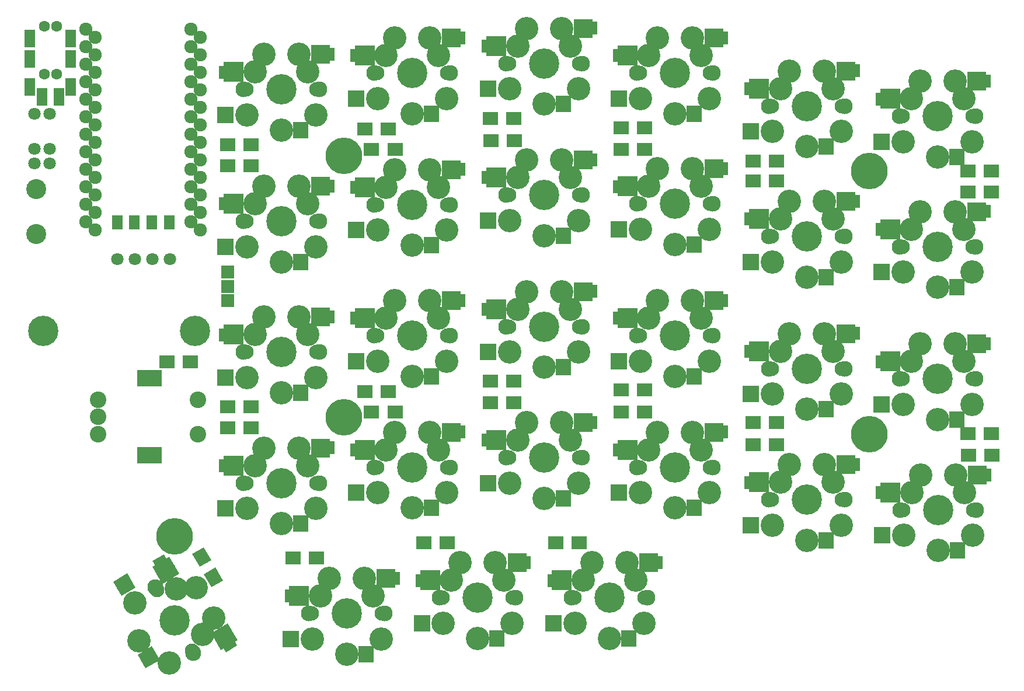
<source format=gbs>
G04 #@! TF.GenerationSoftware,KiCad,Pcbnew,(5.1.4-0)*
G04 #@! TF.CreationDate,2019-08-20T18:08:48+02:00*
G04 #@! TF.ProjectId,Lily58_Pro,4c696c79-3538-45f5-9072-6f2e6b696361,rev?*
G04 #@! TF.SameCoordinates,Original*
G04 #@! TF.FileFunction,Soldermask,Bot*
G04 #@! TF.FilePolarity,Negative*
%FSLAX46Y46*%
G04 Gerber Fmt 4.6, Leading zero omitted, Abs format (unit mm)*
G04 Created by KiCad (PCBNEW (5.1.4-0)) date 2019-08-20 18:08:48*
%MOMM*%
%LPD*%
G04 APERTURE LIST*
%ADD10C,1.600000*%
%ADD11R,1.600000X2.500000*%
%ADD12R,1.924000X1.924000*%
%ADD13C,1.100000*%
%ADD14C,0.100000*%
%ADD15C,3.400000*%
%ADD16C,0.500000*%
%ADD17C,2.400000*%
%ADD18C,2.300000*%
%ADD19C,2.900000*%
%ADD20C,4.400000*%
%ADD21C,2.100000*%
%ADD22C,2.800000*%
%ADD23R,1.100000X1.900000*%
%ADD24R,2.400000X2.400000*%
%ADD25R,2.300000X2.400000*%
%ADD26R,2.900000X2.900000*%
%ADD27R,2.800000X2.800000*%
%ADD28C,1.924000*%
%ADD29C,5.300000*%
%ADD30C,1.797000*%
%ADD31R,1.543000X1.035000*%
%ADD32R,2.200000X1.900000*%
%ADD33C,1.900000*%
%ADD34R,3.600000X2.400000*%
G04 APERTURE END LIST*
D10*
X86150000Y-47800000D03*
X86150000Y-40800000D03*
D11*
X84050000Y-49600000D03*
X88250000Y-51100000D03*
X84050000Y-42600000D03*
X84050000Y-45600000D03*
D10*
X87900000Y-40800000D03*
X87900000Y-47800000D03*
D11*
X90000000Y-42600000D03*
X90000000Y-45600000D03*
X90000000Y-49600000D03*
X85800000Y-51100000D03*
D12*
X112700000Y-76500000D03*
X112700000Y-78600000D03*
X112700000Y-80600000D03*
D13*
X102915064Y-118388784D03*
D14*
G36*
X101817340Y-118387470D02*
G01*
X103462788Y-117437470D01*
X104012788Y-118390098D01*
X102367340Y-119340098D01*
X101817340Y-118387470D01*
X101817340Y-118387470D01*
G37*
D13*
X113016730Y-130685383D03*
D14*
G36*
X111919006Y-130684069D02*
G01*
X113564454Y-129734069D01*
X114114454Y-130686697D01*
X112469006Y-131636697D01*
X111919006Y-130684069D01*
X111919006Y-130684069D01*
G37*
D15*
X109104705Y-129029557D03*
X109104705Y-129029557D03*
X108129409Y-122260295D03*
D16*
X109146846Y-129022547D03*
D15*
X104295706Y-133180127D03*
D17*
X97745706Y-121835194D03*
D14*
G36*
X99384936Y-122274424D02*
G01*
X97306476Y-123474424D01*
X96106476Y-121395964D01*
X98184936Y-120195964D01*
X99384936Y-122274424D01*
X99384936Y-122274424D01*
G37*
D18*
X101290450Y-132374871D03*
D14*
G36*
X102904680Y-132770800D02*
G01*
X100826220Y-133970800D01*
X99676220Y-131978942D01*
X101754680Y-130778942D01*
X102904680Y-132770800D01*
X102904680Y-132770800D01*
G37*
D15*
X99295706Y-124519873D03*
X99890450Y-129950000D03*
D16*
X105321846Y-122397453D03*
D19*
X103749705Y-119754425D03*
D14*
G36*
X105730442Y-120285162D02*
G01*
X103218968Y-121735162D01*
X101768968Y-119223688D01*
X104280442Y-117773688D01*
X105730442Y-120285162D01*
X105730442Y-120285162D01*
G37*
D15*
X110669409Y-126659705D03*
D20*
X105000000Y-127000000D03*
D18*
X102250000Y-122236860D03*
X107750000Y-131763140D03*
D21*
X107540000Y-131399409D03*
X102460000Y-122600591D03*
D15*
X105294705Y-122430443D03*
D22*
X112249409Y-129396345D03*
D14*
G36*
X114161845Y-129908781D02*
G01*
X111736973Y-131308781D01*
X110336973Y-128883909D01*
X112761845Y-127483909D01*
X114161845Y-129908781D01*
X114161845Y-129908781D01*
G37*
D23*
X159600000Y-121250000D03*
X175300000Y-118650000D03*
D15*
X171910000Y-121210000D03*
X171910000Y-121210000D03*
X165560000Y-118670000D03*
D16*
X171925000Y-121170000D03*
D15*
X173100000Y-127450000D03*
D24*
X160000000Y-127450000D03*
D25*
X170900000Y-129650000D03*
D15*
X163100000Y-127450000D03*
X168100000Y-129650000D03*
D16*
X164275000Y-121170000D03*
D26*
X161200000Y-121210000D03*
D15*
X170640000Y-118670000D03*
D20*
X168100000Y-123750000D03*
D18*
X162600000Y-123750000D03*
X173600000Y-123750000D03*
D21*
X173180000Y-123750000D03*
X163020000Y-123750000D03*
D15*
X164290000Y-121209999D03*
D27*
X173800000Y-118670000D03*
D23*
X140500000Y-121250000D03*
X156200000Y-118650000D03*
D15*
X152810000Y-121210000D03*
X152810000Y-121210000D03*
X146460000Y-118670000D03*
D16*
X152825000Y-121170000D03*
D15*
X154000000Y-127450000D03*
D24*
X140900000Y-127450000D03*
D25*
X151800000Y-129650000D03*
D15*
X144000000Y-127450000D03*
X149000000Y-129650000D03*
D16*
X145175000Y-121170000D03*
D26*
X142100000Y-121210000D03*
D15*
X151540000Y-118670000D03*
D20*
X149000000Y-123750000D03*
D18*
X143500000Y-123750000D03*
X154500000Y-123750000D03*
D21*
X154080000Y-123750000D03*
X143920000Y-123750000D03*
D15*
X145190000Y-121209999D03*
D27*
X154700000Y-118670000D03*
D23*
X121500000Y-123500000D03*
X137200000Y-120900000D03*
D15*
X133810000Y-123460000D03*
X133810000Y-123460000D03*
X127460000Y-120920000D03*
D16*
X133825000Y-123420000D03*
D15*
X135000000Y-129700000D03*
D24*
X121900000Y-129700000D03*
D25*
X132800000Y-131900000D03*
D15*
X125000000Y-129700000D03*
X130000000Y-131900000D03*
D16*
X126175000Y-123420000D03*
D26*
X123100000Y-123460000D03*
D15*
X132540000Y-120920000D03*
D20*
X130000000Y-126000000D03*
D18*
X124500000Y-126000000D03*
X135500000Y-126000000D03*
D21*
X135080000Y-126000000D03*
X124920000Y-126000000D03*
D15*
X126190000Y-123459999D03*
D27*
X135700000Y-120920000D03*
D23*
X207250000Y-108500000D03*
X222950000Y-105900000D03*
D15*
X219560000Y-108460000D03*
X219560000Y-108460000D03*
X213210000Y-105920000D03*
D16*
X219575000Y-108420000D03*
D15*
X220750000Y-114700000D03*
D24*
X207650000Y-114700000D03*
D25*
X218550000Y-116900000D03*
D15*
X210750000Y-114700000D03*
X215750000Y-116900000D03*
D16*
X211925000Y-108420000D03*
D26*
X208850000Y-108460000D03*
D15*
X218290000Y-105920000D03*
D20*
X215750000Y-111000000D03*
D18*
X210250000Y-111000000D03*
X221250000Y-111000000D03*
D21*
X220830000Y-111000000D03*
X210670000Y-111000000D03*
D15*
X211940000Y-108459999D03*
D27*
X221450000Y-105920000D03*
D23*
X188200000Y-107000000D03*
X203900000Y-104400000D03*
D15*
X200510000Y-106960000D03*
X200510000Y-106960000D03*
X194160000Y-104420000D03*
D16*
X200525000Y-106920000D03*
D15*
X201700000Y-113200000D03*
D24*
X188600000Y-113200000D03*
D25*
X199500000Y-115400000D03*
D15*
X191700000Y-113200000D03*
X196700000Y-115400000D03*
D16*
X192875000Y-106920000D03*
D26*
X189800000Y-106960000D03*
D15*
X199240000Y-104420000D03*
D20*
X196700000Y-109500000D03*
D18*
X191200000Y-109500000D03*
X202200000Y-109500000D03*
D21*
X201780000Y-109500000D03*
X191620000Y-109500000D03*
D15*
X192890000Y-106959999D03*
D27*
X202400000Y-104420000D03*
D23*
X169100000Y-102300000D03*
X184800000Y-99700000D03*
D15*
X181410000Y-102260000D03*
X181410000Y-102260000D03*
X175060000Y-99720000D03*
D16*
X181425000Y-102220000D03*
D15*
X182600000Y-108500000D03*
D24*
X169500000Y-108500000D03*
D25*
X180400000Y-110700000D03*
D15*
X172600000Y-108500000D03*
X177600000Y-110700000D03*
D16*
X173775000Y-102220000D03*
D26*
X170700000Y-102260000D03*
D15*
X180140000Y-99720000D03*
D20*
X177600000Y-104800000D03*
D18*
X172100000Y-104800000D03*
X183100000Y-104800000D03*
D21*
X182680000Y-104800000D03*
X172520000Y-104800000D03*
D15*
X173790000Y-102259999D03*
D27*
X183300000Y-99720000D03*
D23*
X150100000Y-100900000D03*
X165800000Y-98300000D03*
D15*
X162410000Y-100860000D03*
X162410000Y-100860000D03*
X156060000Y-98320000D03*
D16*
X162425000Y-100820000D03*
D15*
X163600000Y-107100000D03*
D24*
X150500000Y-107100000D03*
D25*
X161400000Y-109300000D03*
D15*
X153600000Y-107100000D03*
X158600000Y-109300000D03*
D16*
X154775000Y-100820000D03*
D26*
X151700000Y-100860000D03*
D15*
X161140000Y-98320000D03*
D20*
X158600000Y-103400000D03*
D18*
X153100000Y-103400000D03*
X164100000Y-103400000D03*
D21*
X163680000Y-103400000D03*
X153520000Y-103400000D03*
D15*
X154790000Y-100859999D03*
D27*
X164300000Y-98320000D03*
D23*
X131000000Y-102300000D03*
X146700000Y-99700000D03*
D15*
X143310000Y-102260000D03*
X143310000Y-102260000D03*
X136960000Y-99720000D03*
D16*
X143325000Y-102220000D03*
D15*
X144500000Y-108500000D03*
D24*
X131400000Y-108500000D03*
D25*
X142300000Y-110700000D03*
D15*
X134500000Y-108500000D03*
X139500000Y-110700000D03*
D16*
X135675000Y-102220000D03*
D26*
X132600000Y-102260000D03*
D15*
X142040000Y-99720000D03*
D20*
X139500000Y-104800000D03*
D18*
X134000000Y-104800000D03*
X145000000Y-104800000D03*
D21*
X144580000Y-104800000D03*
X134420000Y-104800000D03*
D15*
X135690000Y-102259999D03*
D27*
X145200000Y-99720000D03*
D23*
X112000000Y-104600000D03*
X127700000Y-102000000D03*
D15*
X124310000Y-104560000D03*
X124310000Y-104560000D03*
X117960000Y-102020000D03*
D16*
X124325000Y-104520000D03*
D15*
X125500000Y-110800000D03*
D24*
X112400000Y-110800000D03*
D25*
X123300000Y-113000000D03*
D15*
X115500000Y-110800000D03*
X120500000Y-113000000D03*
D16*
X116675000Y-104520000D03*
D26*
X113600000Y-104560000D03*
D15*
X123040000Y-102020000D03*
D20*
X120500000Y-107100000D03*
D18*
X115000000Y-107100000D03*
X126000000Y-107100000D03*
D21*
X125580000Y-107100000D03*
X115420000Y-107100000D03*
D15*
X116690000Y-104559999D03*
D27*
X126200000Y-102020000D03*
D23*
X207200000Y-89500000D03*
X222900000Y-86900000D03*
D15*
X219510000Y-89460000D03*
X219510000Y-89460000D03*
X213160000Y-86920000D03*
D16*
X219525000Y-89420000D03*
D15*
X220700000Y-95700000D03*
D24*
X207600000Y-95700000D03*
D25*
X218500000Y-97900000D03*
D15*
X210700000Y-95700000D03*
X215700000Y-97900000D03*
D16*
X211875000Y-89420000D03*
D26*
X208800000Y-89460000D03*
D15*
X218240000Y-86920000D03*
D20*
X215700000Y-92000000D03*
D18*
X210200000Y-92000000D03*
X221200000Y-92000000D03*
D21*
X220780000Y-92000000D03*
X210620000Y-92000000D03*
D15*
X211890000Y-89459999D03*
D27*
X221400000Y-86920000D03*
D23*
X188200000Y-88000000D03*
X203900000Y-85400000D03*
D15*
X200510000Y-87960000D03*
X200510000Y-87960000D03*
X194160000Y-85420000D03*
D16*
X200525000Y-87920000D03*
D15*
X201700000Y-94200000D03*
D24*
X188600000Y-94200000D03*
D25*
X199500000Y-96400000D03*
D15*
X191700000Y-94200000D03*
X196700000Y-96400000D03*
D16*
X192875000Y-87920000D03*
D26*
X189800000Y-87960000D03*
D15*
X199240000Y-85420000D03*
D20*
X196700000Y-90500000D03*
D18*
X191200000Y-90500000D03*
X202200000Y-90500000D03*
D21*
X201780000Y-90500000D03*
X191620000Y-90500000D03*
D15*
X192890000Y-87959999D03*
D27*
X202400000Y-85420000D03*
D23*
X169100000Y-83200000D03*
X184800000Y-80600000D03*
D15*
X181410000Y-83160000D03*
X181410000Y-83160000D03*
X175060000Y-80620000D03*
D16*
X181425000Y-83120000D03*
D15*
X182600000Y-89400000D03*
D24*
X169500000Y-89400000D03*
D25*
X180400000Y-91600000D03*
D15*
X172600000Y-89400000D03*
X177600000Y-91600000D03*
D16*
X173775000Y-83120000D03*
D26*
X170700000Y-83160000D03*
D15*
X180140000Y-80620000D03*
D20*
X177600000Y-85700000D03*
D18*
X172100000Y-85700000D03*
X183100000Y-85700000D03*
D21*
X182680000Y-85700000D03*
X172520000Y-85700000D03*
D15*
X173790000Y-83159999D03*
D27*
X183300000Y-80620000D03*
D23*
X150100000Y-81900000D03*
X165800000Y-79300000D03*
D15*
X162410000Y-81860000D03*
X162410000Y-81860000D03*
X156060000Y-79320000D03*
D16*
X162425000Y-81820000D03*
D15*
X163600000Y-88100000D03*
D24*
X150500000Y-88100000D03*
D25*
X161400000Y-90300000D03*
D15*
X153600000Y-88100000D03*
X158600000Y-90300000D03*
D16*
X154775000Y-81820000D03*
D26*
X151700000Y-81860000D03*
D15*
X161140000Y-79320000D03*
D20*
X158600000Y-84400000D03*
D18*
X153100000Y-84400000D03*
X164100000Y-84400000D03*
D21*
X163680000Y-84400000D03*
X153520000Y-84400000D03*
D15*
X154790000Y-81859999D03*
D27*
X164300000Y-79320000D03*
D23*
X131000000Y-83200000D03*
X146700000Y-80600000D03*
D15*
X143310000Y-83160000D03*
X143310000Y-83160000D03*
X136960000Y-80620000D03*
D16*
X143325000Y-83120000D03*
D15*
X144500000Y-89400000D03*
D24*
X131400000Y-89400000D03*
D25*
X142300000Y-91600000D03*
D15*
X134500000Y-89400000D03*
X139500000Y-91600000D03*
D16*
X135675000Y-83120000D03*
D26*
X132600000Y-83160000D03*
D15*
X142040000Y-80620000D03*
D20*
X139500000Y-85700000D03*
D18*
X134000000Y-85700000D03*
X145000000Y-85700000D03*
D21*
X144580000Y-85700000D03*
X134420000Y-85700000D03*
D15*
X135690000Y-83159999D03*
D27*
X145200000Y-80620000D03*
D23*
X112000000Y-85600000D03*
X127700000Y-83000000D03*
D15*
X124310000Y-85560000D03*
X124310000Y-85560000D03*
X117960000Y-83020000D03*
D16*
X124325000Y-85520000D03*
D15*
X125500000Y-91800000D03*
D24*
X112400000Y-91800000D03*
D25*
X123300000Y-94000000D03*
D15*
X115500000Y-91800000D03*
X120500000Y-94000000D03*
D16*
X116675000Y-85520000D03*
D26*
X113600000Y-85560000D03*
D15*
X123040000Y-83020000D03*
D20*
X120500000Y-88100000D03*
D18*
X115000000Y-88100000D03*
X126000000Y-88100000D03*
D21*
X125580000Y-88100000D03*
X115420000Y-88100000D03*
D15*
X116690000Y-85559999D03*
D27*
X126200000Y-83020000D03*
D23*
X207200000Y-70300000D03*
X222900000Y-67700000D03*
D15*
X219510000Y-70260000D03*
X219510000Y-70260000D03*
X213160000Y-67720000D03*
D16*
X219525000Y-70220000D03*
D15*
X220700000Y-76500000D03*
D24*
X207600000Y-76500000D03*
D25*
X218500000Y-78700000D03*
D15*
X210700000Y-76500000D03*
X215700000Y-78700000D03*
D16*
X211875000Y-70220000D03*
D26*
X208800000Y-70260000D03*
D15*
X218240000Y-67720000D03*
D20*
X215700000Y-72800000D03*
D18*
X210200000Y-72800000D03*
X221200000Y-72800000D03*
D21*
X220780000Y-72800000D03*
X210620000Y-72800000D03*
D15*
X211890000Y-70259999D03*
D27*
X221400000Y-67720000D03*
D23*
X188200000Y-68800000D03*
X203900000Y-66200000D03*
D15*
X200510000Y-68760000D03*
X200510000Y-68760000D03*
X194160000Y-66220000D03*
D16*
X200525000Y-68720000D03*
D15*
X201700000Y-75000000D03*
D24*
X188600000Y-75000000D03*
D25*
X199500000Y-77200000D03*
D15*
X191700000Y-75000000D03*
X196700000Y-77200000D03*
D16*
X192875000Y-68720000D03*
D26*
X189800000Y-68760000D03*
D15*
X199240000Y-66220000D03*
D20*
X196700000Y-71300000D03*
D18*
X191200000Y-71300000D03*
X202200000Y-71300000D03*
D21*
X201780000Y-71300000D03*
X191620000Y-71300000D03*
D15*
X192890000Y-68759999D03*
D27*
X202400000Y-66220000D03*
D23*
X169100000Y-64100000D03*
X184800000Y-61500000D03*
D15*
X181410000Y-64060000D03*
X181410000Y-64060000D03*
X175060000Y-61520000D03*
D16*
X181425000Y-64020000D03*
D15*
X182600000Y-70300000D03*
D24*
X169500000Y-70300000D03*
D25*
X180400000Y-72500000D03*
D15*
X172600000Y-70300000D03*
X177600000Y-72500000D03*
D16*
X173775000Y-64020000D03*
D26*
X170700000Y-64060000D03*
D15*
X180140000Y-61520000D03*
D20*
X177600000Y-66600000D03*
D18*
X172100000Y-66600000D03*
X183100000Y-66600000D03*
D21*
X182680000Y-66600000D03*
X172520000Y-66600000D03*
D15*
X173790000Y-64059999D03*
D27*
X183300000Y-61520000D03*
D23*
X150100000Y-62800000D03*
X165800000Y-60200000D03*
D15*
X162410000Y-62760000D03*
X162410000Y-62760000D03*
X156060000Y-60220000D03*
D16*
X162425000Y-62720000D03*
D15*
X163600000Y-69000000D03*
D24*
X150500000Y-69000000D03*
D25*
X161400000Y-71200000D03*
D15*
X153600000Y-69000000D03*
X158600000Y-71200000D03*
D16*
X154775000Y-62720000D03*
D26*
X151700000Y-62760000D03*
D15*
X161140000Y-60220000D03*
D20*
X158600000Y-65300000D03*
D18*
X153100000Y-65300000D03*
X164100000Y-65300000D03*
D21*
X163680000Y-65300000D03*
X153520000Y-65300000D03*
D15*
X154790000Y-62759999D03*
D27*
X164300000Y-60220000D03*
D23*
X131000000Y-64200000D03*
X146700000Y-61600000D03*
D15*
X143310000Y-64160000D03*
X143310000Y-64160000D03*
X136960000Y-61620000D03*
D16*
X143325000Y-64120000D03*
D15*
X144500000Y-70400000D03*
D24*
X131400000Y-70400000D03*
D25*
X142300000Y-72600000D03*
D15*
X134500000Y-70400000D03*
X139500000Y-72600000D03*
D16*
X135675000Y-64120000D03*
D26*
X132600000Y-64160000D03*
D15*
X142040000Y-61620000D03*
D20*
X139500000Y-66700000D03*
D18*
X134000000Y-66700000D03*
X145000000Y-66700000D03*
D21*
X144580000Y-66700000D03*
X134420000Y-66700000D03*
D15*
X135690000Y-64159999D03*
D27*
X145200000Y-61620000D03*
D23*
X112000000Y-66600000D03*
X127700000Y-64000000D03*
D15*
X124310000Y-66560000D03*
X124310000Y-66560000D03*
X117960000Y-64020000D03*
D16*
X124325000Y-66520000D03*
D15*
X125500000Y-72800000D03*
D24*
X112400000Y-72800000D03*
D25*
X123300000Y-75000000D03*
D15*
X115500000Y-72800000D03*
X120500000Y-75000000D03*
D16*
X116675000Y-66520000D03*
D26*
X113600000Y-66560000D03*
D15*
X123040000Y-64020000D03*
D20*
X120500000Y-69100000D03*
D18*
X115000000Y-69100000D03*
X126000000Y-69100000D03*
D21*
X125580000Y-69100000D03*
X115420000Y-69100000D03*
D15*
X116690000Y-66559999D03*
D27*
X126200000Y-64020000D03*
D23*
X207200000Y-51400000D03*
X222900000Y-48800000D03*
D15*
X219510000Y-51360000D03*
X219510000Y-51360000D03*
X213160000Y-48820000D03*
D16*
X219525000Y-51320000D03*
D15*
X220700000Y-57600000D03*
D24*
X207600000Y-57600000D03*
D25*
X218500000Y-59800000D03*
D15*
X210700000Y-57600000D03*
X215700000Y-59800000D03*
D16*
X211875000Y-51320000D03*
D26*
X208800000Y-51360000D03*
D15*
X218240000Y-48820000D03*
D20*
X215700000Y-53900000D03*
D18*
X210200000Y-53900000D03*
X221200000Y-53900000D03*
D21*
X220780000Y-53900000D03*
X210620000Y-53900000D03*
D15*
X211890000Y-51359999D03*
D27*
X221400000Y-48820000D03*
D23*
X188200000Y-49900000D03*
X203900000Y-47300000D03*
D15*
X200510000Y-49860000D03*
X200510000Y-49860000D03*
X194160000Y-47320000D03*
D16*
X200525000Y-49820000D03*
D15*
X201700000Y-56100000D03*
D24*
X188600000Y-56100000D03*
D25*
X199500000Y-58300000D03*
D15*
X191700000Y-56100000D03*
X196700000Y-58300000D03*
D16*
X192875000Y-49820000D03*
D26*
X189800000Y-49860000D03*
D15*
X199240000Y-47320000D03*
D20*
X196700000Y-52400000D03*
D18*
X191200000Y-52400000D03*
X202200000Y-52400000D03*
D21*
X201780000Y-52400000D03*
X191620000Y-52400000D03*
D15*
X192890000Y-49859999D03*
D27*
X202400000Y-47320000D03*
D23*
X169100000Y-45100000D03*
X184800000Y-42500000D03*
D15*
X181410000Y-45060000D03*
X181410000Y-45060000D03*
X175060000Y-42520000D03*
D16*
X181425000Y-45020000D03*
D15*
X182600000Y-51300000D03*
D24*
X169500000Y-51300000D03*
D25*
X180400000Y-53500000D03*
D15*
X172600000Y-51300000D03*
X177600000Y-53500000D03*
D16*
X173775000Y-45020000D03*
D26*
X170700000Y-45060000D03*
D15*
X180140000Y-42520000D03*
D20*
X177600000Y-47600000D03*
D18*
X172100000Y-47600000D03*
X183100000Y-47600000D03*
D21*
X182680000Y-47600000D03*
X172520000Y-47600000D03*
D15*
X173790000Y-45059999D03*
D27*
X183300000Y-42520000D03*
D23*
X150100000Y-43710000D03*
X165800000Y-41110000D03*
D15*
X162410000Y-43670000D03*
X162410000Y-43670000D03*
X156060000Y-41130000D03*
D16*
X162425000Y-43630000D03*
D15*
X163600000Y-49910000D03*
D24*
X150500000Y-49910000D03*
D25*
X161400000Y-52110000D03*
D15*
X153600000Y-49910000D03*
X158600000Y-52110000D03*
D16*
X154775000Y-43630000D03*
D26*
X151700000Y-43670000D03*
D15*
X161140000Y-41130000D03*
D20*
X158600000Y-46210000D03*
D18*
X153100000Y-46210000D03*
X164100000Y-46210000D03*
D21*
X163680000Y-46210000D03*
X153520000Y-46210000D03*
D15*
X154790000Y-43669999D03*
D27*
X164300000Y-41130000D03*
D23*
X131000000Y-45100000D03*
X146700000Y-42500000D03*
D15*
X143310000Y-45060000D03*
X143310000Y-45060000D03*
X136960000Y-42520000D03*
D16*
X143325000Y-45020000D03*
D15*
X144500000Y-51300000D03*
D24*
X131400000Y-51300000D03*
D25*
X142300000Y-53500000D03*
D15*
X134500000Y-51300000D03*
X139500000Y-53500000D03*
D16*
X135675000Y-45020000D03*
D26*
X132600000Y-45060000D03*
D15*
X142040000Y-42520000D03*
D20*
X139500000Y-47600000D03*
D18*
X134000000Y-47600000D03*
X145000000Y-47600000D03*
D21*
X144580000Y-47600000D03*
X134420000Y-47600000D03*
D15*
X135690000Y-45059999D03*
D27*
X145200000Y-42520000D03*
D23*
X112000000Y-47500000D03*
X127700000Y-44900000D03*
D15*
X124310000Y-47460000D03*
X124310000Y-47460000D03*
X117960000Y-44920000D03*
D16*
X124325000Y-47420000D03*
D15*
X125500000Y-53700000D03*
D24*
X112400000Y-53700000D03*
D25*
X123300000Y-55900000D03*
D15*
X115500000Y-53700000D03*
X120500000Y-55900000D03*
D16*
X116675000Y-47420000D03*
D26*
X113600000Y-47460000D03*
D15*
X123040000Y-44920000D03*
D20*
X120500000Y-50000000D03*
D18*
X115000000Y-50000000D03*
X126000000Y-50000000D03*
D21*
X125580000Y-50000000D03*
X115420000Y-50000000D03*
D15*
X116690000Y-47459999D03*
D27*
X126200000Y-44920000D03*
D28*
X107420000Y-41230000D03*
X107420000Y-43770000D03*
X107420000Y-46310000D03*
X107420000Y-48850000D03*
X107420000Y-51390000D03*
X107420000Y-53930000D03*
X107420000Y-56470000D03*
X107420000Y-59010000D03*
X107420000Y-61550000D03*
X107420000Y-64090000D03*
X107420000Y-66630000D03*
X107420000Y-69170000D03*
X92180000Y-69170000D03*
X92180000Y-66630000D03*
X92180000Y-64090000D03*
X92180000Y-61550000D03*
X92180000Y-59010000D03*
X92180000Y-56470000D03*
X92180000Y-53930000D03*
X92180000Y-51390000D03*
X92180000Y-48850000D03*
X92180000Y-46310000D03*
X92180000Y-43770000D03*
X92180000Y-41230000D03*
X108718815Y-52585745D03*
X108718815Y-57665745D03*
X93478815Y-42425745D03*
X108718815Y-44965745D03*
X108718815Y-67825745D03*
X93478815Y-70365745D03*
X108718815Y-60205745D03*
X108718815Y-62745745D03*
X93478815Y-60205745D03*
X93478815Y-65285745D03*
X93478815Y-52585745D03*
X93478815Y-50045745D03*
X93478815Y-44965745D03*
X93478815Y-55125745D03*
X108718815Y-70365745D03*
X93478815Y-62745745D03*
X108718815Y-42425745D03*
X108718815Y-47505745D03*
X93478815Y-67825745D03*
X108718815Y-50045745D03*
X108718815Y-55125745D03*
X93478815Y-57665745D03*
X108718815Y-65285745D03*
X93478815Y-47505745D03*
D29*
X129600000Y-59600000D03*
X205800000Y-61800000D03*
X129600000Y-97600000D03*
X205800000Y-100000000D03*
X105000000Y-114800000D03*
D30*
X84700000Y-60700000D03*
X86900000Y-60700000D03*
X86938035Y-58579272D03*
X86938035Y-53499272D03*
X84688035Y-53499272D03*
X84688035Y-58579272D03*
D31*
X104300000Y-68799620D03*
X104300000Y-69800380D03*
X101700000Y-69800380D03*
X101700000Y-68799620D03*
X99200000Y-68799620D03*
X99200000Y-69800380D03*
X96700000Y-69800380D03*
X96700000Y-68799620D03*
D19*
X85000000Y-70950000D03*
X85000000Y-64450000D03*
D32*
X112700000Y-58000000D03*
X116100000Y-58000000D03*
X132600000Y-55700000D03*
X136000000Y-55700000D03*
X150800000Y-54200000D03*
X154200000Y-54200000D03*
X169800000Y-55600000D03*
X173200000Y-55600000D03*
X192300000Y-60400000D03*
X188900000Y-60400000D03*
X220100000Y-61800000D03*
X223500000Y-61800000D03*
X116100000Y-61100000D03*
X112700000Y-61100000D03*
X137000000Y-58700000D03*
X133600000Y-58700000D03*
X154300000Y-57400000D03*
X150900000Y-57400000D03*
X169800000Y-58700000D03*
X173200000Y-58700000D03*
X192300000Y-63300000D03*
X188900000Y-63300000D03*
X223500000Y-64900000D03*
X220100000Y-64900000D03*
X112700000Y-96000000D03*
X116100000Y-96000000D03*
X136000000Y-93800000D03*
X132600000Y-93800000D03*
X154200000Y-92300000D03*
X150800000Y-92300000D03*
X169800000Y-93600000D03*
X173200000Y-93600000D03*
X188900000Y-98300000D03*
X192300000Y-98300000D03*
X223500000Y-99900000D03*
X220100000Y-99900000D03*
X116100000Y-99100000D03*
X112700000Y-99100000D03*
X133600000Y-96800000D03*
X137000000Y-96800000D03*
X154200000Y-95400000D03*
X150800000Y-95400000D03*
X169800000Y-96800000D03*
X173200000Y-96800000D03*
X192300000Y-101500000D03*
X188900000Y-101500000D03*
X220200000Y-103100000D03*
X223600000Y-103100000D03*
X103900000Y-89500000D03*
X107300000Y-89500000D03*
D33*
X110650000Y-120772243D03*
D14*
G36*
X109277276Y-120294615D02*
G01*
X110922724Y-119344615D01*
X112022724Y-121249871D01*
X110377276Y-122199871D01*
X109277276Y-120294615D01*
X109277276Y-120294615D01*
G37*
D33*
X108950000Y-117827757D03*
D14*
G36*
X107577276Y-117350129D02*
G01*
X109222724Y-116400129D01*
X110322724Y-118305385D01*
X108677276Y-119255385D01*
X107577276Y-117350129D01*
X107577276Y-117350129D01*
G37*
D32*
X122200000Y-118000000D03*
X125600000Y-118000000D03*
X144600000Y-115800000D03*
X141200000Y-115800000D03*
X160300000Y-115800000D03*
X163700000Y-115800000D03*
D20*
X86000000Y-85000000D03*
X108000000Y-85000000D03*
D30*
X96700000Y-74600000D03*
X99240000Y-74600000D03*
X101780000Y-74600000D03*
X104320000Y-74600000D03*
D17*
X93900000Y-95000000D03*
X93900000Y-97500000D03*
X93900000Y-100000000D03*
D34*
X101400000Y-91900000D03*
X101400000Y-103100000D03*
D17*
X108400000Y-95000000D03*
X108400000Y-100000000D03*
M02*

</source>
